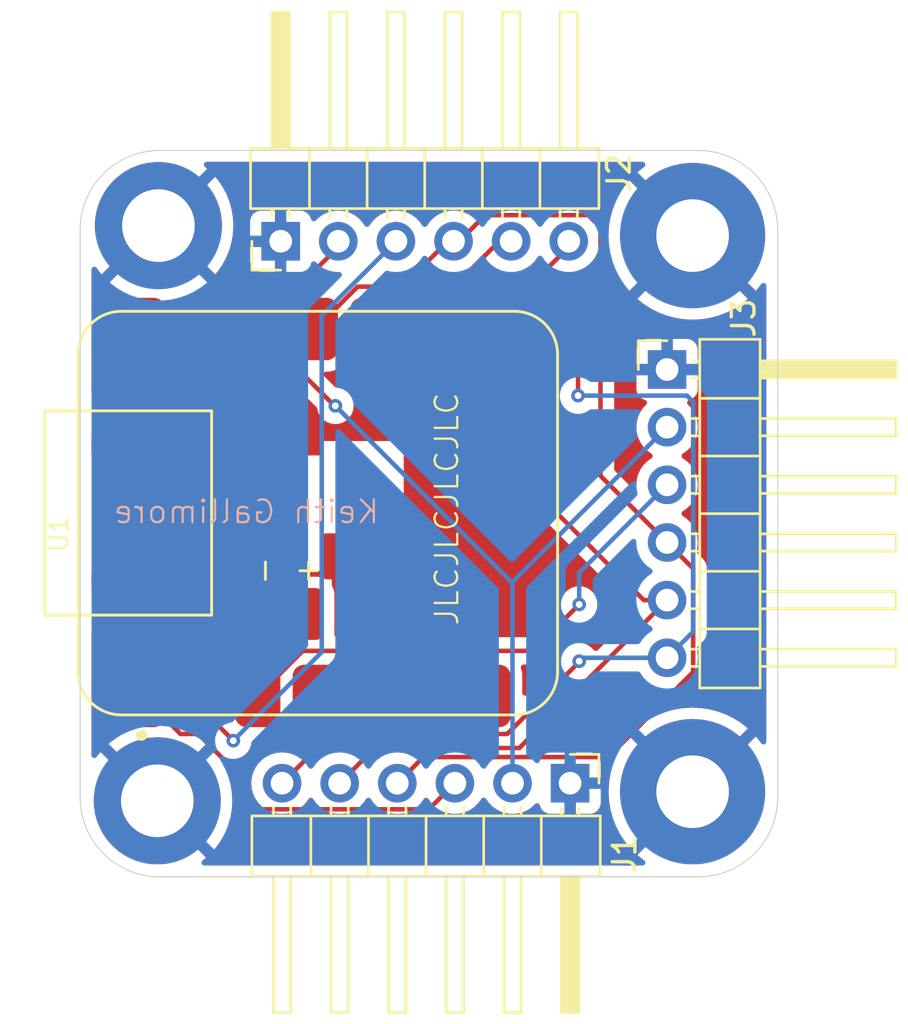
<source format=kicad_pcb>
(kicad_pcb (version 20240108) (generator "pcbnew") (generator_version "8.0")
  (layers (0 "F.Cu" signal) (31 "B.Cu" signal) (34 "B.Paste" user) (35 "F.Paste" user) (36 "B.SilkS" user "B.Silkscreen") (37 "F.SilkS" user "F.Silkscreen") (38 "B.Mask" user) (39 "F.Mask" user) (44 "Edge.Cuts" user))
  (net 0 "")
  (net 1 "/SCK")
  (net 2 "/MISO")
  (net 3 "/MOSI")
  (net 4 "+3V3")
  (net 5 "GND")
  (net 6 "/SS2")
  (net 7 "/SS3")
  (net 11 "unconnected-(U1-5V-Pad14)")
  (net 16 "/SS1")
  (footprint "MountingHole:MountingHole_3.2mm_M3_DIN965_Pad" (layer "F.Cu") (at 149.2 90.31)
    (property "Reference" "H2" (hide yes))
    (property "Value" "MountingHole_Pad")
    (pad "1" thru_hole circle (at 0 0) (size 5.6 5.6) (drill 3.2) (layers "*.Cu" "*.Mask") (net 5 "GND"))
  )
  (footprint "Connector_PinHeader_2.54mm:PinHeader_1x06_P2.54mm_Horizontal" (layer "F.Cu") (at 167.35 114.875 -90)
    (property "Reference" "J1" (at 3.125 -2.4 90) (layer "F.SilkS"))
    (property "Value" "Conn_01x06_Pin")
    (fp_line (start 1.44 14.03) (end 4.1 14.03) (stroke (width 0.12)) (layer "F.SilkS"))
    (fp_line (start 4.1 14.03) (end 4.1 -1.33) (stroke (width 0.12)) (layer "F.SilkS"))
    (fp_line (start 1.042929 13.08) (end 1.44 13.08) (stroke (width 0.12)) (layer "F.SilkS"))
    (fp_line (start 10.1 13.08) (end 4.1 13.08) (stroke (width 0.12)) (layer "F.SilkS"))
    (fp_line (start 1.042929 12.32) (end 1.44 12.32) (stroke (width 0.12)) (layer "F.SilkS"))
    (fp_line (start 4.1 12.32) (end 10.1 12.32) (stroke (width 0.12)) (layer "F.SilkS"))
    (fp_line (start 10.1 12.32) (end 10.1 13.08) (stroke (width 0.12)) (layer "F.SilkS"))
    (fp_line (start 1.44 11.43) (end 4.1 11.43) (stroke (width 0.12)) (layer "F.SilkS"))
    (fp_line (start 1.042929 10.54) (end 1.44 10.54) (stroke (width 0.12)) (layer "F.SilkS"))
    (fp_line (start 10.1 10.54) (end 4.1 10.54) (stroke (width 0.12)) (layer "F.SilkS"))
    (fp_line (start 1.042929 9.78) (end 1.44 9.78) (stroke (width 0.12)) (layer "F.SilkS"))
    (fp_line (start 4.1 9.78) (end 10.1 9.78) (stroke (width 0.12)) (layer "F.SilkS"))
    (fp_line (start 10.1 9.78) (end 10.1 10.54) (stroke (width 0.12)) (layer "F.SilkS"))
    (fp_line (start 1.44 8.89) (end 4.1 8.89) (stroke (width 0.12)) (layer "F.SilkS"))
    (fp_line (start 1.042929 8) (end 1.44 8) (stroke (width 0.12)) (layer "F.SilkS"))
    (fp_line (start 10.1 8) (end 4.1 8) (stroke (width 0.12)) (layer "F.SilkS"))
    (fp_line (start 1.042929 7.24) (end 1.44 7.24) (stroke (width 0.12)) (layer "F.SilkS"))
    (fp_line (start 4.1 7.24) (end 10.1 7.24) (stroke (width 0.12)) (layer "F.SilkS"))
    (fp_line (start 10.1 7.24) (end 10.1 8) (stroke (width 0.12)) (layer "F.SilkS"))
    (fp_line (start 1.44 6.35) (end 4.1 6.35) (stroke (width 0.12)) (layer "F.SilkS"))
    (fp_line (start 1.042929 5.46) (end 1.44 5.46) (stroke (width 0.12)) (layer "F.SilkS"))
    (fp_line (start 10.1 5.46) (end 4.1 5.46) (stroke (width 0.12)) (layer "F.SilkS"))
    (fp_line (start 1.042929 4.7) (end 1.44 4.7) (stroke (width 0.12)) (layer "F.SilkS"))
    (fp_line (start 4.1 4.7) (end 10.1 4.7) (stroke (width 0.12)) (layer "F.SilkS"))
    (fp_line (start 10.1 4.7) (end 10.1 5.46) (stroke (width 0.12)) (layer "F.SilkS"))
    (fp_line (start 1.44 3.81) (end 4.1 3.81) (stroke (width 0.12)) (layer "F.SilkS"))
    (fp_line (start 1.042929 2.92) (end 1.44 2.92) (stroke (width 0.12)) (layer "F.SilkS"))
    (fp_line (start 10.1 2.92) (end 4.1 2.92) (stroke (width 0.12)) (layer "F.SilkS"))
    (fp_line (start 1.042929 2.16) (end 1.44 2.16) (stroke (width 0.12)) (layer "F.SilkS"))
    (fp_line (start 4.1 2.16) (end 10.1 2.16) (stroke (width 0.12)) (layer "F.SilkS"))
    (fp_line (start 10.1 2.16) (end 10.1 2.92) (stroke (width 0.12)) (layer "F.SilkS"))
    (fp_line (start 1.44 1.27) (end 4.1 1.27) (stroke (width 0.12)) (layer "F.SilkS"))
    (fp_line (start 1.11 0.38) (end 1.44 0.38) (stroke (width 0.12)) (layer "F.SilkS"))
    (fp_line (start 10.1 0.38) (end 4.1 0.38) (stroke (width 0.12)) (layer "F.SilkS"))
    (fp_line (start 4.1 0.28) (end 10.1 0.28) (stroke (width 0.12)) (layer "F.SilkS"))
    (fp_line (start 4.1 0.16) (end 10.1 0.16) (stroke (width 0.12)) (layer "F.SilkS"))
    (fp_line (start 4.1 0.04) (end 10.1 0.04) (stroke (width 0.12)) (layer "F.SilkS"))
    (fp_line (start -1.27 0) (end -1.27 -1.27) (stroke (width 0.12)) (layer "F.SilkS"))
    (fp_line (start 4.1 -0.08) (end 10.1 -0.08) (stroke (width 0.12)) (layer "F.SilkS"))
    (fp_line (start 4.1 -0.2) (end 10.1 -0.2) (stroke (width 0.12)) (layer "F.SilkS"))
    (fp_line (start 4.1 -0.32) (end 10.1 -0.32) (stroke (width 0.12)) (layer "F.SilkS"))
    (fp_line (start 1.11 -0.38) (end 1.44 -0.38) (stroke (width 0.12)) (layer "F.SilkS"))
    (fp_line (start 4.1 -0.38) (end 10.1 -0.38) (stroke (width 0.12)) (layer "F.SilkS"))
    (fp_line (start 10.1 -0.38) (end 10.1 0.38) (stroke (width 0.12)) (layer "F.SilkS"))
    (fp_line (start -1.27 -1.27) (end 0 -1.27) (stroke (width 0.12)) (layer "F.SilkS"))
    (fp_line (start 1.44 -1.33) (end 1.44 14.03) (stroke (width 0.12)) (layer "F.SilkS"))
    (fp_line (start 4.1 -1.33) (end 1.44 -1.33) (stroke (width 0.12)) (layer "F.SilkS"))
    (pad "1" thru_hole rect (at 0 0 270) (size 1.7 1.7) (drill 1) (layers "*.Cu" "*.Mask") (net 5 "GND"))
    (pad "2" thru_hole oval (at 0 2.54 270) (size 1.7 1.7) (drill 1) (layers "*.Cu" "*.Mask") (net 4 "+3V3"))
    (pad "3" thru_hole oval (at 0 5.08 270) (size 1.7 1.7) (drill 1) (layers "*.Cu" "*.Mask") (net 16 "/SS1"))
    (pad "4" thru_hole oval (at 0 7.62 270) (size 1.7 1.7) (drill 1) (layers "*.Cu" "*.Mask") (net 3 "/MOSI"))
    (pad "5" thru_hole oval (at 0 10.16 270) (size 1.7 1.7) (drill 1) (layers "*.Cu" "*.Mask") (net 2 "/MISO"))
    (pad "6" thru_hole oval (at 0 12.7 270) (size 1.7 1.7) (drill 1) (layers "*.Cu" "*.Mask") (net 1 "/SCK"))
  )
  (footprint "MountingHole:MountingHole_3.2mm_M3_DIN965_Pad" (layer "F.Cu") (at 149.15 115.65)
    (property "Reference" "H1" (hide yes))
    (property "Value" "MountingHole_Pad")
    (pad "1" thru_hole circle (at 0 0) (size 5.6 5.6) (drill 3.2) (layers "*.Cu" "*.Mask") (net 5 "GND"))
  )
  (footprint "Connector_PinHeader_2.54mm:PinHeader_1x06_P2.54mm_Horizontal" (layer "F.Cu") (at 154.59 91 90)
    (property "Reference" "J2" (at 3 14.91 -90) (layer "F.SilkS"))
    (property "Value" "Conn_01x06_Pin")
    (fp_line (start 4.1 -1.33) (end 1.44 -1.33) (stroke (width 0.12)) (layer "F.SilkS"))
    (fp_line (start 1.44 -1.33) (end 1.44 14.03) (stroke (width 0.12)) (layer "F.SilkS"))
    (fp_line (start -1.27 -1.27) (end 0 -1.27) (stroke (width 0.12)) (layer "F.SilkS"))
    (fp_line (start 10.1 -0.38) (end 10.1 0.38) (stroke (width 0.12)) (layer "F.SilkS"))
    (fp_line (start 4.1 -0.38) (end 10.1 -0.38) (stroke (width 0.12)) (layer "F.SilkS"))
    (fp_line (start 1.11 -0.38) (end 1.44 -0.38) (stroke (width 0.12)) (layer "F.SilkS"))
    (fp_line (start 4.1 -0.32) (end 10.1 -0.32) (stroke (width 0.12)) (layer "F.SilkS"))
    (fp_line (start 4.1 -0.2) (end 10.1 -0.2) (stroke (width 0.12)) (layer "F.SilkS"))
    (fp_line (start 4.1 -0.08) (end 10.1 -0.08) (stroke (width 0.12)) (layer "F.SilkS"))
    (fp_line (start -1.27 0) (end -1.27 -1.27) (stroke (width 0.12)) (layer "F.SilkS"))
    (fp_line (start 4.1 0.04) (end 10.1 0.04) (stroke (width 0.12)) (layer "F.SilkS"))
    (fp_line (start 4.1 0.16) (end 10.1 0.16) (stroke (width 0.12)) (layer "F.SilkS"))
    (fp_line (start 4.1 0.28) (end 10.1 0.28) (stroke (width 0.12)) (layer "F.SilkS"))
    (fp_line (start 10.1 0.38) (end 4.1 0.38) (stroke (width 0.12)) (layer "F.SilkS"))
    (fp_line (start 1.11 0.38) (end 1.44 0.38) (stroke (width 0.12)) (layer "F.SilkS"))
    (fp_line (start 1.44 1.27) (end 4.1 1.27) (stroke (width 0.12)) (layer "F.SilkS"))
    (fp_line (start 10.1 2.16) (end 10.1 2.92) (stroke (width 0.12)) (layer "F.SilkS"))
    (fp_line (start 4.1 2.16) (end 10.1 2.16) (stroke (width 0.12)) (layer "F.SilkS"))
    (fp_line (start 1.042929 2.16) (end 1.44 2.16) (stroke (width 0.12)) (layer "F.SilkS"))
    (fp_line (start 10.1 2.92) (end 4.1 2.92) (stroke (width 0.12)) (layer "F.SilkS"))
    (fp_line (start 1.042929 2.92) (end 1.44 2.92) (stroke (width 0.12)) (layer "F.SilkS"))
    (fp_line (start 1.44 3.81) (end 4.1 3.81) (stroke (width 0.12)) (layer "F.SilkS"))
    (fp_line (start 10.1 4.7) (end 10.1 5.46) (stroke (width 0.12)) (layer "F.SilkS"))
    (fp_line (start 4.1 4.7) (end 10.1 4.7) (stroke (width 0.12)) (layer "F.SilkS"))
    (fp_line (start 1.042929 4.7) (end 1.44 4.7) (stroke (width 0.12)) (layer "F.SilkS"))
    (fp_line (start 10.1 5.46) (end 4.1 5.46) (stroke (width 0.12)) (layer "F.SilkS"))
    (fp_line (start 1.042929 5.46) (end 1.44 5.46) (stroke (width 0.12)) (layer "F.SilkS"))
    (fp_line (start 1.44 6.35) (end 4.1 6.35) (stroke (width 0.12)) (layer "F.SilkS"))
    (fp_line (start 10.1 7.24) (end 10.1 8) (stroke (width 0.12)) (layer "F.SilkS"))
    (fp_line (start 4.1 7.24) (end 10.1 7.24) (stroke (width 0.12)) (layer "F.SilkS"))
    (fp_line (start 1.042929 7.24) (end 1.44 7.24) (stroke (width 0.12)) (layer "F.SilkS"))
    (fp_line (start 10.1 8) (end 4.1 8) (stroke (width 0.12)) (layer "F.SilkS"))
    (fp_line (start 1.042929 8) (end 1.44 8) (stroke (width 0.12)) (layer "F.SilkS"))
    (fp_line (start 1.44 8.89) (end 4.1 8.89) (stroke (width 0.12)) (layer "F.SilkS"))
    (fp_line (start 10.1 9.78) (end 10.1 10.54) (stroke (width 0.12)) (layer "F.SilkS"))
    (fp_line (start 4.1 9.78) (end 10.1 9.78) (stroke (width 0.12)) (layer "F.SilkS"))
    (fp_line (start 1.042929 9.78) (end 1.44 9.78) (stroke (width 0.12)) (layer "F.SilkS"))
    (fp_line (start 10.1 10.54) (end 4.1 10.54) (stroke (width 0.12)) (layer "F.SilkS"))
    (fp_line (start 1.042929 10.54) (end 1.44 10.54) (stroke (width 0.12)) (layer "F.SilkS"))
    (fp_line (start 1.44 11.43) (end 4.1 11.43) (stroke (width 0.12)) (layer "F.SilkS"))
    (fp_line (start 10.1 12.32) (end 10.1 13.08) (stroke (width 0.12)) (layer "F.SilkS"))
    (fp_line (start 4.1 12.32) (end 10.1 12.32) (stroke (width 0.12)) (layer "F.SilkS"))
    (fp_line (start 1.042929 12.32) (end 1.44 12.32) (stroke (width 0.12)) (layer "F.SilkS"))
    (fp_line (start 10.1 13.08) (end 4.1 13.08) (stroke (width 0.12)) (layer "F.SilkS"))
    (fp_line (start 1.042929 13.08) (end 1.44 13.08) (stroke (width 0.12)) (layer "F.SilkS"))
    (fp_line (start 4.1 14.03) (end 4.1 -1.33) (stroke (width 0.12)) (layer "F.SilkS"))
    (fp_line (start 1.44 14.03) (end 4.1 14.03) (stroke (width 0.12)) (layer "F.SilkS"))
    (pad "1" thru_hole rect (at 0 0 90) (size 1.7 1.7) (drill 1) (layers "*.Cu" "*.Mask") (net 5 "GND"))
    (pad "2" thru_hole oval (at 0 2.54 90) (size 1.7 1.7) (drill 1) (layers "*.Cu" "*.Mask") (net 4 "+3V3"))
    (pad "3" thru_hole oval (at 0 5.08 90) (size 1.7 1.7) (drill 1) (layers "*.Cu" "*.Mask") (net 6 "/SS2"))
    (pad "4" thru_hole oval (at 0 7.62 90) (size 1.7 1.7) (drill 1) (layers "*.Cu" "*.Mask") (net 3 "/MOSI"))
    (pad "5" thru_hole oval (at 0 10.16 90) (size 1.7 1.7) (drill 1) (layers "*.Cu" "*.Mask") (net 2 "/MISO"))
    (pad "6" thru_hole oval (at 0 12.7 90) (size 1.7 1.7) (drill 1) (layers "*.Cu" "*.Mask") (net 1 "/SCK"))
  )
  (footprint "MountingHole:MountingHole_3.2mm_M3_Pad" (layer "F.Cu") (at 172.75 90.75)
    (property "Reference" "H4" (hide yes))
    (property "Value" "MountingHole_Pad")
    (pad "1" thru_hole circle (at 0 0) (size 6.4 6.4) (drill 3.2) (layers "*.Cu" "*.Mask") (net 5 "GND"))
  )
  (footprint "Seeed-Studio-XIAO-ESP32S3:MOUDLE14P-SMD-2.54-21X17.8MM" (layer "F.Cu") (at 166.61725 111.866 90)
    (property "Reference" "U1" (at 7.112 -21.336 90) (layer "F.SilkS") (effects (font (size 0.78232 0.78232) (thickness 0.10668)) (justify left bottom)))
    (property "Value" "~")
    (fp_line (start 13.395 -22.424) (end 13.395 -15.072) (stroke (width 0.127)) (layer "F.SilkS"))
    (fp_line (start 4.4 -22.424) (end 13.395 -22.424) (stroke (width 0.127)) (layer "F.SilkS"))
    (fp_line (start 15.875 -20.955) (end 1.905 -20.955) (stroke (width 0.127)) (layer "F.SilkS"))
    (fp_line (start 13.395 -15.072) (end 4.396 -15.072) (stroke (width 0.127)) (layer "F.SilkS"))
    (fp_line (start 4.396 -15.072) (end 4.396 -22.425) (stroke (width 0.127)) (layer "F.SilkS"))
    (fp_line (start 5.969 -12.7) (end 6.731 -12.7) (stroke (width 0.127)) (layer "F.SilkS"))
    (fp_line (start 5.969 -10.795) (end 6.731 -10.795) (stroke (width 0.127)) (layer "F.SilkS"))
    (fp_line (start 6.35 -10.414) (end 6.35 -11.176) (stroke (width 0.127)) (layer "F.SilkS"))
    (fp_line (start 17.78 -1.725) (end 17.78 -19.05) (stroke (width 0.127)) (layer "F.SilkS"))
    (fp_line (start 0 -1.725) (end 0 -19.05) (stroke (width 0.127)) (layer "F.SilkS"))
    (fp_line (start 1.905 0.18) (end 15.875 0.18) (stroke (width 0.127)) (layer "F.SilkS"))
    (fp_arc (start 15.875 -20.955) (mid 17.222038 -20.397038) (end 17.78 -19.05) (stroke (width 0.127)) (layer "F.SilkS"))
    (fp_arc (start 0 -19.05) (mid 0.557962 -20.397038) (end 1.905 -20.955) (stroke (width 0.127)) (layer "F.SilkS"))
    (fp_arc (start 17.78 -1.725) (mid 17.222038 -0.377962) (end 15.875 0.18) (stroke (width 0.127)) (layer "F.SilkS"))
    (fp_arc (start 1.905 0.18) (mid 0.557962 -0.377962) (end 0 -1.725) (stroke (width 0.127)) (layer "F.SilkS"))
    (fp_circle (center -0.889 -18.161) (end -0.762 -18.161) (stroke (width 0.254)) (fill solid) (layer "F.SilkS"))
    (pad "1" smd roundrect (at 0.835 -18.12 90) (size 2.75 2) (layers "F.Cu" "F.Paste" "F.Mask") (net 16 "/SS1"))
    (pad "2" smd roundrect (at 0.835 -15.58 90) (size 2.75 2) (layers "F.Cu" "F.Paste" "F.Mask") (net 6 "/SS2"))
    (pad "3" smd roundrect (at 0.835 -13.04 90) (size 2.75 2) (layers "F.Cu" "F.Paste" "F.Mask") (net 7 "/SS3"))
    (pad "4" smd roundrect (at 0.835 -10.5 90) (size 2.75 2) (layers "F.Cu" "F.Paste" "F.Mask"))
    (pad "5" smd roundrect (at 0.835 -7.96 90) (size 2.75 2) (layers "F.Cu" "F.Paste" "F.Mask"))
    (pad "6" smd roundrect (at 0.835 -5.42 90) (size 2.75 2) (layers "F.Cu" "F.Paste" "F.Mask"))
    (pad "7" smd roundrect (at 0.835 -2.88 90) (size 2.75 2) (layers "F.Cu" "F.Paste" "F.Mask"))
    (pad "8" smd roundrect (at 17 -2.88 90) (size 2.75 2) (layers "F.Cu" "F.Paste" "F.Mask"))
    (pad "9" smd roundrect (at 17 -5.42 90) (size 2.75 2) (layers "F.Cu" "F.Paste" "F.Mask") (net 1 "/SCK"))
    (pad "10" smd roundrect (at 17 -7.96 90) (size 2.75 2) (layers "F.Cu" "F.Paste" "F.Mask") (net 2 "/MISO"))
    (pad "11" smd roundrect (at 17 -10.5 90) (size 2.75 2) (layers "F.Cu" "F.Paste" "F.Mask") (net 3 "/MOSI"))
    (pad "12" smd roundrect (at 17 -13.04 90) (size 2.75 2) (layers "F.Cu" "F.Paste" "F.Mask") (net 4 "+3V3"))
    (pad "13" smd roundrect (at 17 -15.58 90) (size 2.75 2) (layers "F.Cu" "F.Paste" "F.Mask") (net 5 "GND"))
    (pad "14" smd roundrect (at 17 -18.12 90) (size 2.75 2) (layers "F.Cu" "F.Paste" "F.Mask") (net 11 "unconnected-(U1-5V-Pad14)"))
    (pad "15" smd roundrect (at 4.445 -10.795 180) (size 1.27 2.286) (layers "F.Cu" "F.Paste" "F.Mask"))
    (pad "16" smd roundrect (at 4.445 -12.7 180) (size 1.27 2.286) (layers "F.Cu" "F.Paste" "F.Mask"))
    (zone (net 0) (net_name "") (layer "F.Cu") (connect_pads (clearance 0)) (min_thickness 0.25)
      (keepout (tracks not_allowed) (vias not_allowed) (pads not_allowed) (copperpour not_allowed) (footprints allowed))
      (fill (thermal_gap 0.5) (thermal_bridge_width 0.5))
      (polygon (pts (xy 148.20225 99.547) (xy 148.20225 97.769) (xy 145.53525 97.769) (xy 145.53525 99.547)))
    )
    (zone (net 0) (net_name "") (layer "F.Cu") (connect_pads (clearance 0)) (min_thickness 0.25)
      (keepout (tracks not_allowed) (vias not_allowed) (pads not_allowed) (copperpour not_allowed) (footprints allowed))
      (fill (thermal_gap 0.5) (thermal_bridge_width 0.5))
      (polygon (pts (xy 148.20225 108.183) (xy 148.20225 106.405) (xy 145.53525 106.405) (xy 145.53525 108.183)))
    )
    (zone (net 0) (net_name "") (layer "F.Cu") (connect_pads (clearance 0)) (min_thickness 0.25)
      (keepout (tracks not_allowed) (vias not_allowed) (pads not_allowed) (copperpour not_allowed) (footprints allowed))
      (fill (thermal_gap 0.5) (thermal_bridge_width 0.5))
      (polygon (pts (xy 152.26625 99.547) (xy 152.26625 97.769) (xy 149.59925 97.769) (xy 149.59925 99.547)))
    )
    (zone (net 0) (net_name "") (layer "F.Cu") (connect_pads (clearance 0)) (min_thickness 0.25)
      (keepout (tracks not_allowed) (vias not_allowed) (pads not_allowed) (copperpour not_allowed) (footprints allowed))
      (fill (thermal_gap 0.5) (thermal_bridge_width 0.5))
      (polygon (pts (xy 152.26625 108.183) (xy 152.26625 106.405) (xy 149.59925 106.405) (xy 149.59925 108.183)))
    )
    (zone (net 0) (net_name "") (layer "F.Cu") (connect_pads (clearance 0)) (min_thickness 0.25)
      (keepout (tracks not_allowed) (vias not_allowed) (pads not_allowed) (copperpour not_allowed) (footprints allowed))
      (fill (thermal_gap 0.5) (thermal_bridge_width 0.5))
      (polygon (pts (xy 156.45725 105.516) (xy 156.45725 100.436) (xy 146.29725 100.436) (xy 146.29725 105.516)))
    )
    (zone (net 0) (net_name "") (layer "F.Cu") (connect_pads (clearance 0)) (min_thickness 0.25)
      (keepout (tracks not_allowed) (vias not_allowed) (pads not_allowed) (copperpour not_allowed) (footprints allowed))
      (fill (thermal_gap 0.5) (thermal_bridge_width 0.5))
      (polygon (pts (xy 156.83825 108.945) (xy 156.83825 105.897) (xy 152.90125 105.897) (xy 152.90125 108.945)))
    )
    (zone (net 0) (net_name "") (layer "F.Cu") (connect_pads (clearance 0)) (min_thickness 0.25)
      (keepout (tracks not_allowed) (vias not_allowed) (pads not_allowed) (copperpour not_allowed) (footprints allowed))
      (fill (thermal_gap 0.5) (thermal_bridge_width 0.5))
      (polygon (pts (xy 160.01325 103.865) (xy 160.01325 99.801) (xy 156.45725 99.801) (xy 156.45725 103.865)))
    )
  )
  (footprint "MountingHole:MountingHole_3.2mm_M3_Pad" (layer "F.Cu") (at 172.75 115.25)
    (property "Reference" "H3" (hide yes))
    (property "Value" "MountingHole_Pad")
    (pad "1" thru_hole circle (at 0 0) (size 6.4 6.4) (drill 3.2) (layers "*.Cu" "*.Mask") (net 5 "GND"))
  )
  (footprint "Connector_PinHeader_2.54mm:PinHeader_1x06_P2.54mm_Horizontal" (layer "F.Cu") (at 171.625 96.65)
    (property "Reference" "J3" (at 3.375 -2.27 90) (layer "F.SilkS"))
    (property "Value" "Conn_01x06_Pin")
    (fp_line (start -1.27 -1.27) (end 0 -1.27) (stroke (width 0.12)) (layer "F.SilkS"))
    (fp_line (start -1.27 0) (end -1.27 -1.27) (stroke (width 0.12)) (layer "F.SilkS"))
    (fp_line (start 1.042929 2.16) (end 1.44 2.16) (stroke (width 0.12)) (layer "F.SilkS"))
    (fp_line (start 1.042929 2.92) (end 1.44 2.92) (stroke (width 0.12)) (layer "F.SilkS"))
    (fp_line (start 1.042929 4.7) (end 1.44 4.7) (stroke (width 0.12)) (layer "F.SilkS"))
    (fp_line (start 1.042929 5.46) (end 1.44 5.46) (stroke (width 0.12)) (layer "F.SilkS"))
    (fp_line (start 1.042929 7.24) (end 1.44 7.24) (stroke (width 0.12)) (layer "F.SilkS"))
    (fp_line (start 1.042929 8) (end 1.44 8) (stroke (width 0.12)) (layer "F.SilkS"))
    (fp_line (start 1.042929 9.78) (end 1.44 9.78) (stroke (width 0.12)) (layer "F.SilkS"))
    (fp_line (start 1.042929 10.54) (end 1.44 10.54) (stroke (width 0.12)) (layer "F.SilkS"))
    (fp_line (start 1.042929 12.32) (end 1.44 12.32) (stroke (width 0.12)) (layer "F.SilkS"))
    (fp_line (start 1.042929 13.08) (end 1.44 13.08) (stroke (width 0.12)) (layer "F.SilkS"))
    (fp_line (start 1.11 -0.38) (end 1.44 -0.38) (stroke (width 0.12)) (layer "F.SilkS"))
    (fp_line (start 1.11 0.38) (end 1.44 0.38) (stroke (width 0.12)) (layer "F.SilkS"))
    (fp_line (start 1.44 -1.33) (end 1.44 14.03) (stroke (width 0.12)) (layer "F.SilkS"))
    (fp_line (start 1.44 1.27) (end 4.1 1.27) (stroke (width 0.12)) (layer "F.SilkS"))
    (fp_line (start 1.44 3.81) (end 4.1 3.81) (stroke (width 0.12)) (layer "F.SilkS"))
    (fp_line (start 1.44 6.35) (end 4.1 6.35) (stroke (width 0.12)) (layer "F.SilkS"))
    (fp_line (start 1.44 8.89) (end 4.1 8.89) (stroke (width 0.12)) (layer "F.SilkS"))
    (fp_line (start 1.44 11.43) (end 4.1 11.43) (stroke (width 0.12)) (layer "F.SilkS"))
    (fp_line (start 1.44 14.03) (end 4.1 14.03) (stroke (width 0.12)) (layer "F.SilkS"))
    (fp_line (start 4.1 -1.33) (end 1.44 -1.33) (stroke (width 0.12)) (layer "F.SilkS"))
    (fp_line (start 4.1 -0.38) (end 10.1 -0.38) (stroke (width 0.12)) (layer "F.SilkS"))
    (fp_line (start 4.1 -0.32) (end 10.1 -0.32) (stroke (width 0.12)) (layer "F.SilkS"))
    (fp_line (start 4.1 -0.2) (end 10.1 -0.2) (stroke (width 0.12)) (layer "F.SilkS"))
    (fp_line (start 4.1 -0.08) (end 10.1 -0.08) (stroke (width 0.12)) (layer "F.SilkS"))
    (fp_line (start 4.1 0.04) (end 10.1 0.04) (stroke (width 0.12)) (layer "F.SilkS"))
    (fp_line (start 4.1 0.16) (end 10.1 0.16) (stroke (width 0.12)) (layer "F.SilkS"))
    (fp_line (start 4.1 0.28) (end 10.1 0.28) (stroke (width 0.12)) (layer "F.SilkS"))
    (fp_line (start 4.1 2.16) (end 10.1 2.16) (stroke (width 0.12)) (layer "F.SilkS"))
    (fp_line (start 4.1 4.7) (end 10.1 4.7) (stroke (width 0.12)) (layer "F.SilkS"))
    (fp_line (start 4.1 7.24) (end 10.1 7.24) (stroke (width 0.12)) (layer "F.SilkS"))
    (fp_line (start 4.1 9.78) (end 10.1 9.78) (stroke (width 0.12)) (layer "F.SilkS"))
    (fp_line (start 4.1 12.32) (end 10.1 12.32) (stroke (width 0.12)) (layer "F.SilkS"))
    (fp_line (start 4.1 14.03) (end 4.1 -1.33) (stroke (width 0.12)) (layer "F.SilkS"))
    (fp_line (start 10.1 -0.38) (end 10.1 0.38) (stroke (width 0.12)) (layer "F.SilkS"))
    (fp_line (start 10.1 0.38) (end 4.1 0.38) (stroke (width 0.12)) (layer "F.SilkS"))
    (fp_line (start 10.1 2.16) (end 10.1 2.92) (stroke (width 0.12)) (layer "F.SilkS"))
    (fp_line (start 10.1 2.92) (end 4.1 2.92) (stroke (width 0.12)) (layer "F.SilkS"))
    (fp_line (start 10.1 4.7) (end 10.1 5.46) (stroke (width 0.12)) (layer "F.SilkS"))
    (fp_line (start 10.1 5.46) (end 4.1 5.46) (stroke (width 0.12)) (layer "F.SilkS"))
    (fp_line (start 10.1 7.24) (end 10.1 8) (stroke (width 0.12)) (layer "F.SilkS"))
    (fp_line (start 10.1 8) (end 4.1 8) (stroke (width 0.12)) (layer "F.SilkS"))
    (fp_line (start 10.1 9.78) (end 10.1 10.54) (stroke (width 0.12)) (layer "F.SilkS"))
    (fp_line (start 10.1 10.54) (end 4.1 10.54) (stroke (width 0.12)) (layer "F.SilkS"))
    (fp_line (start 10.1 12.32) (end 10.1 13.08) (stroke (width 0.12)) (layer "F.SilkS"))
    (fp_line (start 10.1 13.08) (end 4.1 13.08) (stroke (width 0.12)) (layer "F.SilkS"))
    (pad "1" thru_hole rect (at 0 0) (size 1.7 1.7) (drill 1) (layers "*.Cu" "*.Mask") (net 5 "GND"))
    (pad "2" thru_hole oval (at 0 2.54) (size 1.7 1.7) (drill 1) (layers "*.Cu" "*.Mask") (net 4 "+3V3"))
    (pad "3" thru_hole oval (at 0 5.08) (size 1.7 1.7) (drill 1) (layers "*.Cu" "*.Mask") (net 7 "/SS3"))
    (pad "4" thru_hole oval (at 0 7.62) (size 1.7 1.7) (drill 1) (layers "*.Cu" "*.Mask") (net 3 "/MOSI"))
    (pad "5" thru_hole oval (at 0 10.16) (size 1.7 1.7) (drill 1) (layers "*.Cu" "*.Mask") (net 2 "/MISO"))
    (pad "6" thru_hole oval (at 0 12.7) (size 1.7 1.7) (drill 1) (layers "*.Cu" "*.Mask") (net 1 "/SCK"))
  )
  (gr_line (start 145.75 115.5) (end 145.75 90.5) (stroke (width 0.05)) (layer "Edge.Cuts"))
  (gr_arc (start 149.25 119) (mid 146.775126 117.974874) (end 145.75 115.5) (stroke (width 0.05)) (layer "Edge.Cuts"))
  (gr_line (start 176.5 115.5) (end 176.5 90.5) (stroke (width 0.05)) (layer "Edge.Cuts"))
  (gr_line (start 173 87) (end 149.25 87) (stroke (width 0.05)) (layer "Edge.Cuts"))
  (gr_arc (start 173 87) (mid 175.474874 88.025126) (end 176.5 90.5) (stroke (width 0.05)) (layer "Edge.Cuts"))
  (gr_arc (start 176.5 115.5) (mid 175.474874 117.974874) (end 173 119) (stroke (width 0.05)) (layer "Edge.Cuts"))
  (gr_arc (start 145.75 90.5) (mid 146.775126 88.025126) (end 149.25 87) (stroke (width 0.05)) (layer "Edge.Cuts"))
  (gr_line (start 149.25 119) (end 173 119) (stroke (width 0.05)) (layer "Edge.Cuts"))
  (gr_text "Keith Gallimore" (at 159 103.5 0) (layer "B.SilkS") (effects (font (size 1 1) (thickness 0.1)) (justify left bottom mirror)))
  (gr_text "JLCJLCJLCJLC" (at 162.5 108 90) (layer "F.SilkS") (effects (font (size 1 1) (thickness 0.1)) (justify left bottom)))
  (segment (start 162.87225 93.191) (end 161.19725 94.866) (width 0.2) (layer "F.Cu") (net 1))
  (segment (start 154.65 114.875) (end 156.819 112.706) (width 0.2) (layer "F.Cu") (net 1))
  (segment (start 156.819 112.706) (end 164.575892 112.706) (width 0.2) (layer "F.Cu") (net 1))
  (segment (start 164.575892 112.706) (end 167.75 109.531892) (width 0.2) (layer "F.Cu") (net 1))
  (segment (start 165.349 93.191) (end 162.87225 93.191) (width 0.2) (layer "F.Cu") (net 1))
  (segment (start 167.54 91) (end 165.349 93.191) (width 0.2) (layer "F.Cu") (net 1))
  (segment (start 167.75 109.531892) (end 167.75 109.5) (width 0.2) (layer "F.Cu") (net 1))
  (segment (start 167.7 95.542) (end 165.349 93.191) (width 0.2) (layer "F.Cu") (net 1))
  (segment (start 167.7 97.8) (end 167.7 95.542) (width 0.2) (layer "F.Cu") (net 1))
  (via (at 167.75 109.5) (size 0.6) (drill 0.3) (layers "F.Cu" "B.Cu") (net 1))
  (via (at 167.7 97.8) (size 0.6) (drill 0.3) (layers "F.Cu" "B.Cu") (net 1))
  (segment (start 172.775 98.075) (end 172.5 97.8) (width 0.2) (layer "B.Cu") (net 1))
  (segment (start 167.9 109.35) (end 171.625 109.35) (width 0.2) (layer "B.Cu") (net 1))
  (segment (start 172.5 97.8) (end 167.7 97.8) (width 0.2) (layer "B.Cu") (net 1))
  (segment (start 171.625 109.35) (end 172.775 108.2) (width 0.2) (layer "B.Cu") (net 1))
  (segment (start 167.75 109.5) (end 167.9 109.35) (width 0.2) (layer "B.Cu") (net 1))
  (segment (start 172.775 108.2) (end 172.775 98.075) (width 0.2) (layer "B.Cu") (net 1))
  (segment (start 157.19 114.875) (end 158.74 113.325) (width 0.2) (layer "F.Cu") (net 2))
  (segment (start 158.65725 93.59275) (end 158.65725 94.866) (width 0.2) (layer "F.Cu") (net 2))
  (segment (start 171.625 106.81) (end 170.60125 106.81) (width 0.2) (layer "F.Cu") (net 2))
  (segment (start 165.11 113.325) (end 171.625 106.81) (width 0.2) (layer "F.Cu") (net 2))
  (segment (start 162.035892 93.191) (end 160.33225 93.191) (width 0.2) (layer "F.Cu") (net 2))
  (segment (start 164.226892 91) (end 162.035892 93.191) (width 0.2) (layer "F.Cu") (net 2))
  (segment (start 158.74 113.325) (end 165.11 113.325) (width 0.2) (layer "F.Cu") (net 2))
  (segment (start 160.33225 93.191) (end 158.65725 94.866) (width 0.2) (layer "F.Cu") (net 2))
  (segment (start 165 91) (end 164.226892 91) (width 0.2) (layer "F.Cu") (net 2))
  (segment (start 170.60125 106.81) (end 158.65725 94.866) (width 0.2) (layer "F.Cu") (net 2))
  (segment (start 172.775 105.42) (end 171.625 104.27) (width 0.2) (layer "F.Cu") (net 3))
  (segment (start 172.775 109.975) (end 172.775 105.42) (width 0.2) (layer "F.Cu") (net 3))
  (segment (start 159.73 114.875) (end 160.88 113.725) (width 0.2) (layer "F.Cu") (net 3))
  (segment (start 171.625 104.27) (end 168.69 101.335) (width 0.2) (layer "F.Cu") (net 3))
  (segment (start 156.11725 93.53275) (end 156.11725 94.866) (width 0.2) (layer "F.Cu") (net 3))
  (segment (start 157.98325 93) (end 156.11725 94.866) (width 0.2) (layer "F.Cu") (net 3))
  (segment (start 169.025 113.725) (end 172.775 109.975) (width 0.2) (layer "F.Cu") (net 3))
  (segment (start 159.957565 93) (end 157.98325 93) (width 0.2) (layer "F.Cu") (net 3))
  (segment (start 161.957565 91) (end 159.957565 93) (width 0.2) (layer "F.Cu") (net 3))
  (segment (start 168.69 101.335) (end 168.69 90.39) (width 0.2) (layer "F.Cu") (net 3))
  (segment (start 163.61 89.85) (end 162.46 91) (width 0.2) (layer "F.Cu") (net 3))
  (segment (start 160.88 113.725) (end 169.025 113.725) (width 0.2) (layer "F.Cu") (net 3))
  (segment (start 162.46 91) (end 161.957565 91) (width 0.2) (layer "F.Cu") (net 3))
  (segment (start 168.15 89.85) (end 163.61 89.85) (width 0.2) (layer "F.Cu") (net 3))
  (segment (start 168.69 90.39) (end 168.15 89.85) (width 0.2) (layer "F.Cu") (net 3))
  (segment (start 153.57725 94.866) (end 153.57725 94.80275) (width 0.2) (layer "F.Cu") (net 4))
  (segment (start 157 98.25) (end 156.96125 98.25) (width 0.2) (layer "F.Cu") (net 4))
  (segment (start 156.96125 98.25) (end 153.57725 94.866) (width 0.2) (layer "F.Cu") (net 4))
  (segment (start 153.57725 94.80275) (end 157.38 91) (width 0.2) (layer "F.Cu") (net 4))
  (via (at 157 98.25) (size 0.6) (drill 0.3) (layers "F.Cu" "B.Cu") (net 4))
  (segment (start 164.75 106) (end 157 98.25) (width 0.2) (layer "B.Cu") (net 4))
  (segment (start 164.81 114.875) (end 164.81 106.005) (width 0.2) (layer "B.Cu") (net 4))
  (segment (start 164.815 106) (end 164.75 106) (width 0.2) (layer "B.Cu") (net 4))
  (segment (start 164.815 106) (end 171.625 99.19) (width 0.2) (layer "B.Cu") (net 4))
  (segment (start 157 98.25) (end 156.875 98.125) (width 0.2) (layer "B.Cu") (net 4))
  (segment (start 164.81 106.005) (end 164.815 106) (width 0.2) (layer "B.Cu") (net 4))
  (segment (start 151.03725 94.866) (end 151.03725 94.55275) (width 0.2) (layer "F.Cu") (net 5))
  (segment (start 151.03725 111.53725) (end 151.03725 111.031) (width 0.2) (layer "F.Cu") (net 6))
  (segment (start 152.5 113) (end 151.03725 111.53725) (width 0.2) (layer "F.Cu") (net 6))
  (via (at 152.5 113) (size 0.6) (drill 0.3) (layers "F.Cu" "B.Cu") (net 6))
  (segment (start 156.4 109.1) (end 152.5 113) (width 0.2) (layer "B.Cu") (net 6))
  (segment (start 156.4 94.27) (end 156.4 109.1) (width 0.2) (layer "B.Cu") (net 6))
  (segment (start 159.67 91) (end 156.4 94.27) (width 0.2) (layer "B.Cu") (net 6))
  (segment (start 165.705 109.045) (end 155.56325 109.045) (width 0.2) (layer "F.Cu") (net 7))
  (segment (start 155.56325 109.045) (end 153.57725 111.031) (width 0.2) (layer "F.Cu") (net 7))
  (segment (start 167.75 107) (end 165.705 109.045) (width 0.2) (layer "F.Cu") (net 7))
  (via (at 167.75 107) (size 0.6) (drill 0.3) (layers "F.Cu" "B.Cu") (net 7))
  (segment (start 167.75 105.605) (end 167.75 107) (width 0.2) (layer "B.Cu") (net 7))
  (segment (start 171.625 101.73) (end 167.75 105.605) (width 0.2) (layer "B.Cu") (net 7))
  (segment (start 148.75 94.28) (end 147.65 95.38) (width 0.2) (layer "F.Cu") (net 11))
  (segment (start 153.025 114.775) (end 150.956 112.706) (width 0.2) (layer "F.Cu") (net 16))
  (segment (start 148.49725 111.49725) (end 148.49725 111.031) (width 0.2) (layer "F.Cu") (net 16))
  (segment (start 150.956 112.706) (end 150.17225 112.706) (width 0.2) (layer "F.Cu") (net 16))
  (segment (start 150.17225 112.706) (end 148.49725 111.031) (width 0.2) (layer "F.Cu") (net 16))
  (segment (start 162.27 114.875) (end 161.12 116.025) (width 0.2) (layer "F.Cu") (net 16))
  (segment (start 161.12 116.025) (end 153.025 116.025) (width 0.2) (layer "F.Cu") (net 16))
  (segment (start 153.025 116.025) (end 153.025 114.775) (width 0.2) (layer "F.Cu") (net 16))
  (zone (net 5) (net_name "GND") (layers "F&B.Cu") (connect_pads (clearance 0.5)) (min_thickness 0.25) (fill yes (thermal_gap 0.5) (thermal_bridge_width 0.5))
    (polygon (pts (xy 145.5 85.75) (xy 145 120.25) (xy 177.75 120) (xy 178 85.75) (xy 148.25 85.75)))
  )
)
</source>
